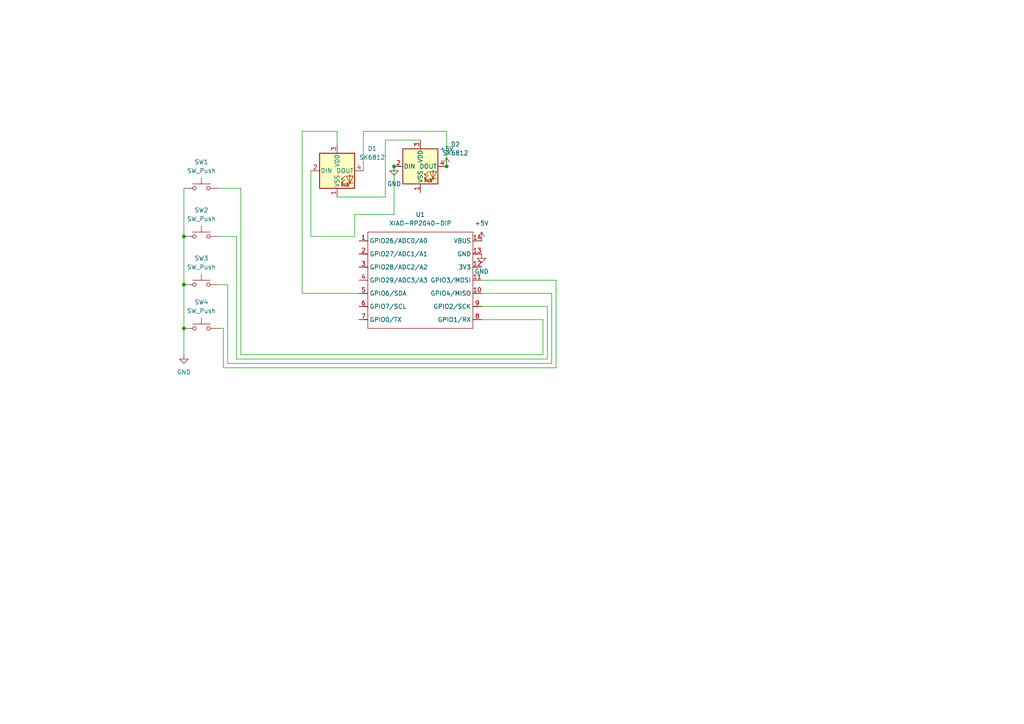
<source format=kicad_sch>
(kicad_sch
	(version 20250114)
	(generator "eeschema")
	(generator_version "9.0")
	(uuid "9861a3c5-2094-4e2a-b5c6-c4811730a69f")
	(paper "A4")
	(lib_symbols
		(symbol "LED:SK6812"
			(pin_names
				(offset 0.254)
			)
			(exclude_from_sim no)
			(in_bom yes)
			(on_board yes)
			(property "Reference" "D"
				(at 5.08 5.715 0)
				(effects
					(font
						(size 1.27 1.27)
					)
					(justify right bottom)
				)
			)
			(property "Value" "SK6812"
				(at 1.27 -5.715 0)
				(effects
					(font
						(size 1.27 1.27)
					)
					(justify left top)
				)
			)
			(property "Footprint" "LED_SMD:LED_SK6812_PLCC4_5.0x5.0mm_P3.2mm"
				(at 1.27 -7.62 0)
				(effects
					(font
						(size 1.27 1.27)
					)
					(justify left top)
					(hide yes)
				)
			)
			(property "Datasheet" "https://cdn-shop.adafruit.com/product-files/1138/SK6812+LED+datasheet+.pdf"
				(at 2.54 -9.525 0)
				(effects
					(font
						(size 1.27 1.27)
					)
					(justify left top)
					(hide yes)
				)
			)
			(property "Description" "RGB LED with integrated controller"
				(at 0 0 0)
				(effects
					(font
						(size 1.27 1.27)
					)
					(hide yes)
				)
			)
			(property "ki_keywords" "RGB LED NeoPixel addressable"
				(at 0 0 0)
				(effects
					(font
						(size 1.27 1.27)
					)
					(hide yes)
				)
			)
			(property "ki_fp_filters" "LED*SK6812*PLCC*5.0x5.0mm*P3.2mm*"
				(at 0 0 0)
				(effects
					(font
						(size 1.27 1.27)
					)
					(hide yes)
				)
			)
			(symbol "SK6812_0_0"
				(text "RGB"
					(at 2.286 -4.191 0)
					(effects
						(font
							(size 0.762 0.762)
						)
					)
				)
			)
			(symbol "SK6812_0_1"
				(polyline
					(pts
						(xy 1.27 -2.54) (xy 1.778 -2.54)
					)
					(stroke
						(width 0)
						(type default)
					)
					(fill
						(type none)
					)
				)
				(polyline
					(pts
						(xy 1.27 -3.556) (xy 1.778 -3.556)
					)
					(stroke
						(width 0)
						(type default)
					)
					(fill
						(type none)
					)
				)
				(polyline
					(pts
						(xy 2.286 -1.524) (xy 1.27 -2.54) (xy 1.27 -2.032)
					)
					(stroke
						(width 0)
						(type default)
					)
					(fill
						(type none)
					)
				)
				(polyline
					(pts
						(xy 2.286 -2.54) (xy 1.27 -3.556) (xy 1.27 -3.048)
					)
					(stroke
						(width 0)
						(type default)
					)
					(fill
						(type none)
					)
				)
				(polyline
					(pts
						(xy 3.683 -1.016) (xy 3.683 -3.556) (xy 3.683 -4.064)
					)
					(stroke
						(width 0)
						(type default)
					)
					(fill
						(type none)
					)
				)
				(polyline
					(pts
						(xy 4.699 -1.524) (xy 2.667 -1.524) (xy 3.683 -3.556) (xy 4.699 -1.524)
					)
					(stroke
						(width 0)
						(type default)
					)
					(fill
						(type none)
					)
				)
				(polyline
					(pts
						(xy 4.699 -3.556) (xy 2.667 -3.556)
					)
					(stroke
						(width 0)
						(type default)
					)
					(fill
						(type none)
					)
				)
				(rectangle
					(start 5.08 5.08)
					(end -5.08 -5.08)
					(stroke
						(width 0.254)
						(type default)
					)
					(fill
						(type background)
					)
				)
			)
			(symbol "SK6812_1_1"
				(pin input line
					(at -7.62 0 0)
					(length 2.54)
					(name "DIN"
						(effects
							(font
								(size 1.27 1.27)
							)
						)
					)
					(number "2"
						(effects
							(font
								(size 1.27 1.27)
							)
						)
					)
				)
				(pin power_in line
					(at 0 7.62 270)
					(length 2.54)
					(name "VDD"
						(effects
							(font
								(size 1.27 1.27)
							)
						)
					)
					(number "3"
						(effects
							(font
								(size 1.27 1.27)
							)
						)
					)
				)
				(pin power_in line
					(at 0 -7.62 90)
					(length 2.54)
					(name "VSS"
						(effects
							(font
								(size 1.27 1.27)
							)
						)
					)
					(number "1"
						(effects
							(font
								(size 1.27 1.27)
							)
						)
					)
				)
				(pin output line
					(at 7.62 0 180)
					(length 2.54)
					(name "DOUT"
						(effects
							(font
								(size 1.27 1.27)
							)
						)
					)
					(number "4"
						(effects
							(font
								(size 1.27 1.27)
							)
						)
					)
				)
			)
			(embedded_fonts no)
		)
		(symbol "OPL:XIAO-RP2040-DIP"
			(exclude_from_sim no)
			(in_bom yes)
			(on_board yes)
			(property "Reference" "U"
				(at 0 0 0)
				(effects
					(font
						(size 1.27 1.27)
					)
				)
			)
			(property "Value" "XIAO-RP2040-DIP"
				(at 5.334 -1.778 0)
				(effects
					(font
						(size 1.27 1.27)
					)
				)
			)
			(property "Footprint" "Module:MOUDLE14P-XIAO-DIP-SMD"
				(at 14.478 -32.258 0)
				(effects
					(font
						(size 1.27 1.27)
					)
					(hide yes)
				)
			)
			(property "Datasheet" ""
				(at 0 0 0)
				(effects
					(font
						(size 1.27 1.27)
					)
					(hide yes)
				)
			)
			(property "Description" ""
				(at 0 0 0)
				(effects
					(font
						(size 1.27 1.27)
					)
					(hide yes)
				)
			)
			(symbol "XIAO-RP2040-DIP_1_0"
				(polyline
					(pts
						(xy -1.27 -2.54) (xy 29.21 -2.54)
					)
					(stroke
						(width 0.1524)
						(type solid)
					)
					(fill
						(type none)
					)
				)
				(polyline
					(pts
						(xy -1.27 -5.08) (xy -2.54 -5.08)
					)
					(stroke
						(width 0.1524)
						(type solid)
					)
					(fill
						(type none)
					)
				)
				(polyline
					(pts
						(xy -1.27 -5.08) (xy -1.27 -2.54)
					)
					(stroke
						(width 0.1524)
						(type solid)
					)
					(fill
						(type none)
					)
				)
				(polyline
					(pts
						(xy -1.27 -8.89) (xy -2.54 -8.89)
					)
					(stroke
						(width 0.1524)
						(type solid)
					)
					(fill
						(type none)
					)
				)
				(polyline
					(pts
						(xy -1.27 -8.89) (xy -1.27 -5.08)
					)
					(stroke
						(width 0.1524)
						(type solid)
					)
					(fill
						(type none)
					)
				)
				(polyline
					(pts
						(xy -1.27 -12.7) (xy -2.54 -12.7)
					)
					(stroke
						(width 0.1524)
						(type solid)
					)
					(fill
						(type none)
					)
				)
				(polyline
					(pts
						(xy -1.27 -12.7) (xy -1.27 -8.89)
					)
					(stroke
						(width 0.1524)
						(type solid)
					)
					(fill
						(type none)
					)
				)
				(polyline
					(pts
						(xy -1.27 -16.51) (xy -2.54 -16.51)
					)
					(stroke
						(width 0.1524)
						(type solid)
					)
					(fill
						(type none)
					)
				)
				(polyline
					(pts
						(xy -1.27 -16.51) (xy -1.27 -12.7)
					)
					(stroke
						(width 0.1524)
						(type solid)
					)
					(fill
						(type none)
					)
				)
				(polyline
					(pts
						(xy -1.27 -20.32) (xy -2.54 -20.32)
					)
					(stroke
						(width 0.1524)
						(type solid)
					)
					(fill
						(type none)
					)
				)
				(polyline
					(pts
						(xy -1.27 -24.13) (xy -2.54 -24.13)
					)
					(stroke
						(width 0.1524)
						(type solid)
					)
					(fill
						(type none)
					)
				)
				(polyline
					(pts
						(xy -1.27 -27.94) (xy -2.54 -27.94)
					)
					(stroke
						(width 0.1524)
						(type solid)
					)
					(fill
						(type none)
					)
				)
				(polyline
					(pts
						(xy -1.27 -30.48) (xy -1.27 -16.51)
					)
					(stroke
						(width 0.1524)
						(type solid)
					)
					(fill
						(type none)
					)
				)
				(polyline
					(pts
						(xy 29.21 -2.54) (xy 29.21 -5.08)
					)
					(stroke
						(width 0.1524)
						(type solid)
					)
					(fill
						(type none)
					)
				)
				(polyline
					(pts
						(xy 29.21 -5.08) (xy 29.21 -8.89)
					)
					(stroke
						(width 0.1524)
						(type solid)
					)
					(fill
						(type none)
					)
				)
				(polyline
					(pts
						(xy 29.21 -8.89) (xy 29.21 -12.7)
					)
					(stroke
						(width 0.1524)
						(type solid)
					)
					(fill
						(type none)
					)
				)
				(polyline
					(pts
						(xy 29.21 -12.7) (xy 29.21 -30.48)
					)
					(stroke
						(width 0.1524)
						(type solid)
					)
					(fill
						(type none)
					)
				)
				(polyline
					(pts
						(xy 29.21 -30.48) (xy -1.27 -30.48)
					)
					(stroke
						(width 0.1524)
						(type solid)
					)
					(fill
						(type none)
					)
				)
				(polyline
					(pts
						(xy 30.48 -5.08) (xy 29.21 -5.08)
					)
					(stroke
						(width 0.1524)
						(type solid)
					)
					(fill
						(type none)
					)
				)
				(polyline
					(pts
						(xy 30.48 -8.89) (xy 29.21 -8.89)
					)
					(stroke
						(width 0.1524)
						(type solid)
					)
					(fill
						(type none)
					)
				)
				(polyline
					(pts
						(xy 30.48 -12.7) (xy 29.21 -12.7)
					)
					(stroke
						(width 0.1524)
						(type solid)
					)
					(fill
						(type none)
					)
				)
				(polyline
					(pts
						(xy 30.48 -16.51) (xy 29.21 -16.51)
					)
					(stroke
						(width 0.1524)
						(type solid)
					)
					(fill
						(type none)
					)
				)
				(polyline
					(pts
						(xy 30.48 -20.32) (xy 29.21 -20.32)
					)
					(stroke
						(width 0.1524)
						(type solid)
					)
					(fill
						(type none)
					)
				)
				(polyline
					(pts
						(xy 30.48 -24.13) (xy 29.21 -24.13)
					)
					(stroke
						(width 0.1524)
						(type solid)
					)
					(fill
						(type none)
					)
				)
				(polyline
					(pts
						(xy 30.48 -27.94) (xy 29.21 -27.94)
					)
					(stroke
						(width 0.1524)
						(type solid)
					)
					(fill
						(type none)
					)
				)
				(pin passive line
					(at -3.81 -5.08 0)
					(length 2.54)
					(name "GPIO26/ADC0/A0"
						(effects
							(font
								(size 1.27 1.27)
							)
						)
					)
					(number "1"
						(effects
							(font
								(size 1.27 1.27)
							)
						)
					)
				)
				(pin passive line
					(at -3.81 -8.89 0)
					(length 2.54)
					(name "GPIO27/ADC1/A1"
						(effects
							(font
								(size 1.27 1.27)
							)
						)
					)
					(number "2"
						(effects
							(font
								(size 1.27 1.27)
							)
						)
					)
				)
				(pin passive line
					(at -3.81 -12.7 0)
					(length 2.54)
					(name "GPIO28/ADC2/A2"
						(effects
							(font
								(size 1.27 1.27)
							)
						)
					)
					(number "3"
						(effects
							(font
								(size 1.27 1.27)
							)
						)
					)
				)
				(pin passive line
					(at -3.81 -16.51 0)
					(length 2.54)
					(name "GPIO29/ADC3/A3"
						(effects
							(font
								(size 1.27 1.27)
							)
						)
					)
					(number "4"
						(effects
							(font
								(size 1.27 1.27)
							)
						)
					)
				)
				(pin passive line
					(at -3.81 -20.32 0)
					(length 2.54)
					(name "GPIO6/SDA"
						(effects
							(font
								(size 1.27 1.27)
							)
						)
					)
					(number "5"
						(effects
							(font
								(size 1.27 1.27)
							)
						)
					)
				)
				(pin passive line
					(at -3.81 -24.13 0)
					(length 2.54)
					(name "GPIO7/SCL"
						(effects
							(font
								(size 1.27 1.27)
							)
						)
					)
					(number "6"
						(effects
							(font
								(size 1.27 1.27)
							)
						)
					)
				)
				(pin passive line
					(at -3.81 -27.94 0)
					(length 2.54)
					(name "GPIO0/TX"
						(effects
							(font
								(size 1.27 1.27)
							)
						)
					)
					(number "7"
						(effects
							(font
								(size 1.27 1.27)
							)
						)
					)
				)
				(pin passive line
					(at 31.75 -5.08 180)
					(length 2.54)
					(name "VBUS"
						(effects
							(font
								(size 1.27 1.27)
							)
						)
					)
					(number "14"
						(effects
							(font
								(size 1.27 1.27)
							)
						)
					)
				)
				(pin passive line
					(at 31.75 -8.89 180)
					(length 2.54)
					(name "GND"
						(effects
							(font
								(size 1.27 1.27)
							)
						)
					)
					(number "13"
						(effects
							(font
								(size 1.27 1.27)
							)
						)
					)
				)
				(pin passive line
					(at 31.75 -12.7 180)
					(length 2.54)
					(name "3V3"
						(effects
							(font
								(size 1.27 1.27)
							)
						)
					)
					(number "12"
						(effects
							(font
								(size 1.27 1.27)
							)
						)
					)
				)
				(pin passive line
					(at 31.75 -16.51 180)
					(length 2.54)
					(name "GPIO3/MOSI"
						(effects
							(font
								(size 1.27 1.27)
							)
						)
					)
					(number "11"
						(effects
							(font
								(size 1.27 1.27)
							)
						)
					)
				)
				(pin passive line
					(at 31.75 -20.32 180)
					(length 2.54)
					(name "GPIO4/MISO"
						(effects
							(font
								(size 1.27 1.27)
							)
						)
					)
					(number "10"
						(effects
							(font
								(size 1.27 1.27)
							)
						)
					)
				)
				(pin passive line
					(at 31.75 -24.13 180)
					(length 2.54)
					(name "GPIO2/SCK"
						(effects
							(font
								(size 1.27 1.27)
							)
						)
					)
					(number "9"
						(effects
							(font
								(size 1.27 1.27)
							)
						)
					)
				)
				(pin passive line
					(at 31.75 -27.94 180)
					(length 2.54)
					(name "GPIO1/RX"
						(effects
							(font
								(size 1.27 1.27)
							)
						)
					)
					(number "8"
						(effects
							(font
								(size 1.27 1.27)
							)
						)
					)
				)
			)
			(embedded_fonts no)
		)
		(symbol "Switch:SW_Push"
			(pin_numbers
				(hide yes)
			)
			(pin_names
				(offset 1.016)
				(hide yes)
			)
			(exclude_from_sim no)
			(in_bom yes)
			(on_board yes)
			(property "Reference" "SW"
				(at 1.27 2.54 0)
				(effects
					(font
						(size 1.27 1.27)
					)
					(justify left)
				)
			)
			(property "Value" "SW_Push"
				(at 0 -1.524 0)
				(effects
					(font
						(size 1.27 1.27)
					)
				)
			)
			(property "Footprint" ""
				(at 0 5.08 0)
				(effects
					(font
						(size 1.27 1.27)
					)
					(hide yes)
				)
			)
			(property "Datasheet" "~"
				(at 0 5.08 0)
				(effects
					(font
						(size 1.27 1.27)
					)
					(hide yes)
				)
			)
			(property "Description" "Push button switch, generic, two pins"
				(at 0 0 0)
				(effects
					(font
						(size 1.27 1.27)
					)
					(hide yes)
				)
			)
			(property "ki_keywords" "switch normally-open pushbutton push-button"
				(at 0 0 0)
				(effects
					(font
						(size 1.27 1.27)
					)
					(hide yes)
				)
			)
			(symbol "SW_Push_0_1"
				(circle
					(center -2.032 0)
					(radius 0.508)
					(stroke
						(width 0)
						(type default)
					)
					(fill
						(type none)
					)
				)
				(polyline
					(pts
						(xy 0 1.27) (xy 0 3.048)
					)
					(stroke
						(width 0)
						(type default)
					)
					(fill
						(type none)
					)
				)
				(circle
					(center 2.032 0)
					(radius 0.508)
					(stroke
						(width 0)
						(type default)
					)
					(fill
						(type none)
					)
				)
				(polyline
					(pts
						(xy 2.54 1.27) (xy -2.54 1.27)
					)
					(stroke
						(width 0)
						(type default)
					)
					(fill
						(type none)
					)
				)
				(pin passive line
					(at -5.08 0 0)
					(length 2.54)
					(name "1"
						(effects
							(font
								(size 1.27 1.27)
							)
						)
					)
					(number "1"
						(effects
							(font
								(size 1.27 1.27)
							)
						)
					)
				)
				(pin passive line
					(at 5.08 0 180)
					(length 2.54)
					(name "2"
						(effects
							(font
								(size 1.27 1.27)
							)
						)
					)
					(number "2"
						(effects
							(font
								(size 1.27 1.27)
							)
						)
					)
				)
			)
			(embedded_fonts no)
		)
		(symbol "power:+5V"
			(power)
			(pin_numbers
				(hide yes)
			)
			(pin_names
				(offset 0)
				(hide yes)
			)
			(exclude_from_sim no)
			(in_bom yes)
			(on_board yes)
			(property "Reference" "#PWR"
				(at 0 -3.81 0)
				(effects
					(font
						(size 1.27 1.27)
					)
					(hide yes)
				)
			)
			(property "Value" "+5V"
				(at 0 3.556 0)
				(effects
					(font
						(size 1.27 1.27)
					)
				)
			)
			(property "Footprint" ""
				(at 0 0 0)
				(effects
					(font
						(size 1.27 1.27)
					)
					(hide yes)
				)
			)
			(property "Datasheet" ""
				(at 0 0 0)
				(effects
					(font
						(size 1.27 1.27)
					)
					(hide yes)
				)
			)
			(property "Description" "Power symbol creates a global label with name \"+5V\""
				(at 0 0 0)
				(effects
					(font
						(size 1.27 1.27)
					)
					(hide yes)
				)
			)
			(property "ki_keywords" "global power"
				(at 0 0 0)
				(effects
					(font
						(size 1.27 1.27)
					)
					(hide yes)
				)
			)
			(symbol "+5V_0_1"
				(polyline
					(pts
						(xy -0.762 1.27) (xy 0 2.54)
					)
					(stroke
						(width 0)
						(type default)
					)
					(fill
						(type none)
					)
				)
				(polyline
					(pts
						(xy 0 2.54) (xy 0.762 1.27)
					)
					(stroke
						(width 0)
						(type default)
					)
					(fill
						(type none)
					)
				)
				(polyline
					(pts
						(xy 0 0) (xy 0 2.54)
					)
					(stroke
						(width 0)
						(type default)
					)
					(fill
						(type none)
					)
				)
			)
			(symbol "+5V_1_1"
				(pin power_in line
					(at 0 0 90)
					(length 0)
					(name "~"
						(effects
							(font
								(size 1.27 1.27)
							)
						)
					)
					(number "1"
						(effects
							(font
								(size 1.27 1.27)
							)
						)
					)
				)
			)
			(embedded_fonts no)
		)
		(symbol "power:GND"
			(power)
			(pin_numbers
				(hide yes)
			)
			(pin_names
				(offset 0)
				(hide yes)
			)
			(exclude_from_sim no)
			(in_bom yes)
			(on_board yes)
			(property "Reference" "#PWR"
				(at 0 -6.35 0)
				(effects
					(font
						(size 1.27 1.27)
					)
					(hide yes)
				)
			)
			(property "Value" "GND"
				(at 0 -3.81 0)
				(effects
					(font
						(size 1.27 1.27)
					)
				)
			)
			(property "Footprint" ""
				(at 0 0 0)
				(effects
					(font
						(size 1.27 1.27)
					)
					(hide yes)
				)
			)
			(property "Datasheet" ""
				(at 0 0 0)
				(effects
					(font
						(size 1.27 1.27)
					)
					(hide yes)
				)
			)
			(property "Description" "Power symbol creates a global label with name \"GND\" , ground"
				(at 0 0 0)
				(effects
					(font
						(size 1.27 1.27)
					)
					(hide yes)
				)
			)
			(property "ki_keywords" "global power"
				(at 0 0 0)
				(effects
					(font
						(size 1.27 1.27)
					)
					(hide yes)
				)
			)
			(symbol "GND_0_1"
				(polyline
					(pts
						(xy 0 0) (xy 0 -1.27) (xy 1.27 -1.27) (xy 0 -2.54) (xy -1.27 -1.27) (xy 0 -1.27)
					)
					(stroke
						(width 0)
						(type default)
					)
					(fill
						(type none)
					)
				)
			)
			(symbol "GND_1_1"
				(pin power_in line
					(at 0 0 270)
					(length 0)
					(name "~"
						(effects
							(font
								(size 1.27 1.27)
							)
						)
					)
					(number "1"
						(effects
							(font
								(size 1.27 1.27)
							)
						)
					)
				)
			)
			(embedded_fonts no)
		)
	)
	(junction
		(at 53.34 82.55)
		(diameter 0)
		(color 0 0 0 0)
		(uuid "23d2559c-b73e-434d-8dda-54d4cfaf140f")
	)
	(junction
		(at 114.3 48.26)
		(diameter 0)
		(color 0 0 0 0)
		(uuid "70d45911-e0e8-474b-9176-d7bde968f4d3")
	)
	(junction
		(at 53.34 95.25)
		(diameter 0)
		(color 0 0 0 0)
		(uuid "bd3a88dd-bf40-4263-8430-cdaca42c0dec")
	)
	(junction
		(at 53.34 68.58)
		(diameter 0)
		(color 0 0 0 0)
		(uuid "c55c8275-8478-4a2c-ad02-70dffca4d59e")
	)
	(junction
		(at 129.54 48.26)
		(diameter 0)
		(color 0 0 0 0)
		(uuid "e1c72b3d-9152-4c2e-a15c-d71a7dd01f06")
	)
	(wire
		(pts
			(xy 160.02 105.41) (xy 160.02 85.09)
		)
		(stroke
			(width 0)
			(type default)
		)
		(uuid "018c99b4-8ad9-425a-94a6-aa1357387ef0")
	)
	(wire
		(pts
			(xy 53.34 54.61) (xy 53.34 68.58)
		)
		(stroke
			(width 0)
			(type default)
		)
		(uuid "09b1ce41-b26b-4caf-9cdd-f0f2b8fbdf0c")
	)
	(wire
		(pts
			(xy 53.34 82.55) (xy 53.34 95.25)
		)
		(stroke
			(width 0)
			(type default)
		)
		(uuid "1244db99-4d0a-4328-8631-dc662852aaf3")
	)
	(wire
		(pts
			(xy 161.29 81.28) (xy 139.7 81.28)
		)
		(stroke
			(width 0)
			(type default)
		)
		(uuid "12f9bb2e-836e-4e8a-ae75-f1a80db2e101")
	)
	(wire
		(pts
			(xy 66.04 105.41) (xy 160.02 105.41)
		)
		(stroke
			(width 0)
			(type default)
		)
		(uuid "13e9fa0b-58e9-48d7-957d-58b5a7c112f1")
	)
	(wire
		(pts
			(xy 64.77 106.68) (xy 161.29 106.68)
		)
		(stroke
			(width 0)
			(type default)
		)
		(uuid "1827f213-f95e-43f0-92d3-8e69c81db7ef")
	)
	(wire
		(pts
			(xy 157.48 92.71) (xy 139.7 92.71)
		)
		(stroke
			(width 0)
			(type default)
		)
		(uuid "1fda460e-1e40-4ac7-a6de-1709ddea32a5")
	)
	(wire
		(pts
			(xy 114.3 62.23) (xy 114.3 48.26)
		)
		(stroke
			(width 0)
			(type default)
		)
		(uuid "2668bb19-3c96-42b7-8bea-a37bc3d58444")
	)
	(wire
		(pts
			(xy 158.75 88.9) (xy 139.7 88.9)
		)
		(stroke
			(width 0)
			(type default)
		)
		(uuid "2682edf6-fa7a-4da4-a720-6c782d124e9b")
	)
	(wire
		(pts
			(xy 111.76 40.64) (xy 121.92 40.64)
		)
		(stroke
			(width 0)
			(type default)
		)
		(uuid "2a00c22f-9524-4610-80ac-12b9b114663b")
	)
	(wire
		(pts
			(xy 66.04 82.55) (xy 66.04 105.41)
		)
		(stroke
			(width 0)
			(type default)
		)
		(uuid "2f4a0ada-d3d0-495b-aa9c-77d056a70176")
	)
	(wire
		(pts
			(xy 102.87 62.23) (xy 114.3 62.23)
		)
		(stroke
			(width 0)
			(type default)
		)
		(uuid "42161621-c87b-441f-97e6-407625e06104")
	)
	(wire
		(pts
			(xy 157.48 102.87) (xy 157.48 92.71)
		)
		(stroke
			(width 0)
			(type default)
		)
		(uuid "42d73665-d2ed-44de-941b-6349a955f652")
	)
	(wire
		(pts
			(xy 53.34 68.58) (xy 53.34 82.55)
		)
		(stroke
			(width 0)
			(type default)
		)
		(uuid "47696378-b803-416d-af6d-f5c629f88bd1")
	)
	(wire
		(pts
			(xy 53.34 95.25) (xy 53.34 102.87)
		)
		(stroke
			(width 0)
			(type default)
		)
		(uuid "52fb0527-3440-4f3d-a1c5-dfe686c990a5")
	)
	(wire
		(pts
			(xy 69.85 102.87) (xy 157.48 102.87)
		)
		(stroke
			(width 0)
			(type default)
		)
		(uuid "564e6c4d-6f27-4139-86b4-412c383eb263")
	)
	(wire
		(pts
			(xy 90.17 68.58) (xy 102.87 68.58)
		)
		(stroke
			(width 0)
			(type default)
		)
		(uuid "6d6da6b1-90be-4f21-a204-e24db54d0d48")
	)
	(wire
		(pts
			(xy 63.5 95.25) (xy 64.77 95.25)
		)
		(stroke
			(width 0)
			(type default)
		)
		(uuid "728631d5-e59c-4404-93ac-820697879bb8")
	)
	(wire
		(pts
			(xy 104.14 85.09) (xy 87.63 85.09)
		)
		(stroke
			(width 0)
			(type default)
		)
		(uuid "7eae4801-1a99-4850-b44c-c92a68957267")
	)
	(wire
		(pts
			(xy 63.5 54.61) (xy 69.85 54.61)
		)
		(stroke
			(width 0)
			(type default)
		)
		(uuid "82cdc479-bae6-4b7e-a108-485c5824cbad")
	)
	(wire
		(pts
			(xy 97.79 57.15) (xy 111.76 57.15)
		)
		(stroke
			(width 0)
			(type default)
		)
		(uuid "8f420574-7d4e-4d80-9b1f-839ea8d75ee1")
	)
	(wire
		(pts
			(xy 161.29 106.68) (xy 161.29 81.28)
		)
		(stroke
			(width 0)
			(type default)
		)
		(uuid "922dd941-0eef-4a8d-94c5-e2ba9062b96f")
	)
	(wire
		(pts
			(xy 63.5 82.55) (xy 66.04 82.55)
		)
		(stroke
			(width 0)
			(type default)
		)
		(uuid "9942d2b7-5c41-4d9e-959e-aaffccc903b3")
	)
	(wire
		(pts
			(xy 63.5 68.58) (xy 68.58 68.58)
		)
		(stroke
			(width 0)
			(type default)
		)
		(uuid "a2b70e29-6e01-4ab9-a3f3-598bca3cee97")
	)
	(wire
		(pts
			(xy 111.76 57.15) (xy 111.76 40.64)
		)
		(stroke
			(width 0)
			(type default)
		)
		(uuid "a8ff612a-4977-404b-b6e1-d560909ed185")
	)
	(wire
		(pts
			(xy 129.54 38.1) (xy 129.54 48.26)
		)
		(stroke
			(width 0)
			(type default)
		)
		(uuid "c5e39cf5-1c8b-4acd-8eab-52581ca7b54c")
	)
	(wire
		(pts
			(xy 87.63 85.09) (xy 87.63 38.1)
		)
		(stroke
			(width 0)
			(type default)
		)
		(uuid "cb8d1ff3-00ee-4f3c-8b4f-8a6bfeb8b6c5")
	)
	(wire
		(pts
			(xy 102.87 68.58) (xy 102.87 62.23)
		)
		(stroke
			(width 0)
			(type default)
		)
		(uuid "d46d233b-5d69-4420-965a-92c5e8fd4b7c")
	)
	(wire
		(pts
			(xy 90.17 49.53) (xy 90.17 68.58)
		)
		(stroke
			(width 0)
			(type default)
		)
		(uuid "d591edb3-d153-4a67-b840-877108719ff4")
	)
	(wire
		(pts
			(xy 64.77 95.25) (xy 64.77 106.68)
		)
		(stroke
			(width 0)
			(type default)
		)
		(uuid "d747a4b5-6bef-4a6a-918d-c8f658fb9b7d")
	)
	(wire
		(pts
			(xy 69.85 54.61) (xy 69.85 102.87)
		)
		(stroke
			(width 0)
			(type default)
		)
		(uuid "d9c353f3-f53e-455b-aa9a-7391096a4612")
	)
	(wire
		(pts
			(xy 105.41 49.53) (xy 105.41 38.1)
		)
		(stroke
			(width 0)
			(type default)
		)
		(uuid "da99404b-64ab-477e-9529-063e3b198c7a")
	)
	(wire
		(pts
			(xy 97.79 38.1) (xy 97.79 41.91)
		)
		(stroke
			(width 0)
			(type default)
		)
		(uuid "e2833067-157b-499b-9c46-3f8e7c1dbe52")
	)
	(wire
		(pts
			(xy 87.63 38.1) (xy 97.79 38.1)
		)
		(stroke
			(width 0)
			(type default)
		)
		(uuid "e3aed5d4-70a0-4d14-b36c-e8a0e48bc693")
	)
	(wire
		(pts
			(xy 105.41 38.1) (xy 129.54 38.1)
		)
		(stroke
			(width 0)
			(type default)
		)
		(uuid "e3bd2d5f-5358-484b-b71e-da5351b15119")
	)
	(wire
		(pts
			(xy 68.58 104.14) (xy 158.75 104.14)
		)
		(stroke
			(width 0)
			(type default)
		)
		(uuid "f851d290-d82b-4319-b55d-9d4a00ff2ee7")
	)
	(wire
		(pts
			(xy 160.02 85.09) (xy 139.7 85.09)
		)
		(stroke
			(width 0)
			(type default)
		)
		(uuid "f98ecf6c-320a-4d7e-b620-6f10ed2f5c8b")
	)
	(wire
		(pts
			(xy 68.58 68.58) (xy 68.58 104.14)
		)
		(stroke
			(width 0)
			(type default)
		)
		(uuid "fa0d6f7e-1cae-4269-b207-1c545b55aa20")
	)
	(wire
		(pts
			(xy 158.75 104.14) (xy 158.75 88.9)
		)
		(stroke
			(width 0)
			(type default)
		)
		(uuid "fab4716b-1ac3-40c1-8a39-d7c9fbe3a95b")
	)
	(symbol
		(lib_id "Switch:SW_Push")
		(at 58.42 95.25 0)
		(unit 1)
		(exclude_from_sim no)
		(in_bom yes)
		(on_board yes)
		(dnp no)
		(fields_autoplaced yes)
		(uuid "179051a1-758f-4690-8864-c582ae3fcbc9")
		(property "Reference" "SW4"
			(at 58.42 87.63 0)
			(effects
				(font
					(size 1.27 1.27)
				)
			)
		)
		(property "Value" "SW_Push"
			(at 58.42 90.17 0)
			(effects
				(font
					(size 1.27 1.27)
				)
			)
		)
		(property "Footprint" "Button_Switch_Keyboard:SW_Cherry_MX_1.00u_PCB"
			(at 58.42 90.17 0)
			(effects
				(font
					(size 1.27 1.27)
				)
				(hide yes)
			)
		)
		(property "Datasheet" "~"
			(at 58.42 90.17 0)
			(effects
				(font
					(size 1.27 1.27)
				)
				(hide yes)
			)
		)
		(property "Description" "Push button switch, generic, two pins"
			(at 58.42 95.25 0)
			(effects
				(font
					(size 1.27 1.27)
				)
				(hide yes)
			)
		)
		(pin "2"
			(uuid "3a4a8e0c-3788-424a-8822-e9b18cfbabee")
		)
		(pin "1"
			(uuid "6dd18e28-5065-4014-aef6-91293223b907")
		)
		(instances
			(project ""
				(path "/9861a3c5-2094-4e2a-b5c6-c4811730a69f"
					(reference "SW4")
					(unit 1)
				)
			)
		)
	)
	(symbol
		(lib_id "Switch:SW_Push")
		(at 58.42 54.61 0)
		(unit 1)
		(exclude_from_sim no)
		(in_bom yes)
		(on_board yes)
		(dnp no)
		(fields_autoplaced yes)
		(uuid "19d0051e-18ed-4b79-9296-075fd2a2b0ab")
		(property "Reference" "SW1"
			(at 58.42 46.99 0)
			(effects
				(font
					(size 1.27 1.27)
				)
			)
		)
		(property "Value" "SW_Push"
			(at 58.42 49.53 0)
			(effects
				(font
					(size 1.27 1.27)
				)
			)
		)
		(property "Footprint" "Button_Switch_Keyboard:SW_Cherry_MX_1.00u_PCB"
			(at 58.42 49.53 0)
			(effects
				(font
					(size 1.27 1.27)
				)
				(hide yes)
			)
		)
		(property "Datasheet" "~"
			(at 58.42 49.53 0)
			(effects
				(font
					(size 1.27 1.27)
				)
				(hide yes)
			)
		)
		(property "Description" "Push button switch, generic, two pins"
			(at 58.42 54.61 0)
			(effects
				(font
					(size 1.27 1.27)
				)
				(hide yes)
			)
		)
		(pin "2"
			(uuid "c5d9fa6e-295e-4598-8cf1-d45e5e4b29f1")
		)
		(pin "1"
			(uuid "97289540-b3e0-4d20-81c3-4d6e464420d8")
		)
		(instances
			(project ""
				(path "/9861a3c5-2094-4e2a-b5c6-c4811730a69f"
					(reference "SW1")
					(unit 1)
				)
			)
		)
	)
	(symbol
		(lib_id "OPL:XIAO-RP2040-DIP")
		(at 107.95 64.77 0)
		(unit 1)
		(exclude_from_sim no)
		(in_bom yes)
		(on_board yes)
		(dnp no)
		(fields_autoplaced yes)
		(uuid "2c4f44c6-1602-456d-976e-89ecd342517f")
		(property "Reference" "U1"
			(at 121.92 62.23 0)
			(effects
				(font
					(size 1.27 1.27)
				)
			)
		)
		(property "Value" "XIAO-RP2040-DIP"
			(at 121.92 64.77 0)
			(effects
				(font
					(size 1.27 1.27)
				)
			)
		)
		(property "Footprint" "OPL:XIAO-RP2040-DIP"
			(at 122.428 97.028 0)
			(effects
				(font
					(size 1.27 1.27)
				)
				(hide yes)
			)
		)
		(property "Datasheet" ""
			(at 107.95 64.77 0)
			(effects
				(font
					(size 1.27 1.27)
				)
				(hide yes)
			)
		)
		(property "Description" ""
			(at 107.95 64.77 0)
			(effects
				(font
					(size 1.27 1.27)
				)
				(hide yes)
			)
		)
		(pin "6"
			(uuid "5dc0c315-b585-4465-acda-fe0e3b06090e")
		)
		(pin "12"
			(uuid "c24ce50e-d2ab-4bf3-a242-f6cb75da5904")
		)
		(pin "14"
			(uuid "909c0a3f-0a0a-45a4-89e9-7609b34212de")
		)
		(pin "10"
			(uuid "57f890b4-7482-4c8d-a09b-42ad1948e729")
		)
		(pin "13"
			(uuid "a52e2de7-f1a8-4ecf-9d4e-22969762ded9")
		)
		(pin "2"
			(uuid "d3430947-a198-41d8-8b20-0d7f62fa4ce6")
		)
		(pin "3"
			(uuid "e67ba214-a3ba-4771-8fe9-f5dbc9abe09d")
		)
		(pin "5"
			(uuid "559dbc94-3d11-4fe2-9c49-7656b5c20838")
		)
		(pin "4"
			(uuid "91688395-07bb-4a2d-bc7f-63d2ba4cce49")
		)
		(pin "1"
			(uuid "922a1597-cd7e-4390-93fd-53ae3813be21")
		)
		(pin "7"
			(uuid "8ab632ea-2193-4c5d-803a-f9bc60f9393f")
		)
		(pin "11"
			(uuid "0596c728-ca20-4c3f-9291-7b8a85ce859a")
		)
		(pin "9"
			(uuid "21a53d13-292b-425c-89ea-d558a8f4afd8")
		)
		(pin "8"
			(uuid "5b03daa4-cd97-49f9-baf4-29ac99f071b2")
		)
		(instances
			(project ""
				(path "/9861a3c5-2094-4e2a-b5c6-c4811730a69f"
					(reference "U1")
					(unit 1)
				)
			)
		)
	)
	(symbol
		(lib_id "power:GND")
		(at 139.7 73.66 0)
		(unit 1)
		(exclude_from_sim no)
		(in_bom yes)
		(on_board yes)
		(dnp no)
		(fields_autoplaced yes)
		(uuid "415cfdfb-c5c9-4aea-8c47-fa4662b6fecf")
		(property "Reference" "#PWR04"
			(at 139.7 80.01 0)
			(effects
				(font
					(size 1.27 1.27)
				)
				(hide yes)
			)
		)
		(property "Value" "GND"
			(at 139.7 78.74 0)
			(effects
				(font
					(size 1.27 1.27)
				)
			)
		)
		(property "Footprint" ""
			(at 139.7 73.66 0)
			(effects
				(font
					(size 1.27 1.27)
				)
				(hide yes)
			)
		)
		(property "Datasheet" ""
			(at 139.7 73.66 0)
			(effects
				(font
					(size 1.27 1.27)
				)
				(hide yes)
			)
		)
		(property "Description" "Power symbol creates a global label with name \"GND\" , ground"
			(at 139.7 73.66 0)
			(effects
				(font
					(size 1.27 1.27)
				)
				(hide yes)
			)
		)
		(pin "1"
			(uuid "a6cfff4d-fe30-46a3-88bc-bbc811ab96b0")
		)
		(instances
			(project ""
				(path "/9861a3c5-2094-4e2a-b5c6-c4811730a69f"
					(reference "#PWR04")
					(unit 1)
				)
			)
		)
	)
	(symbol
		(lib_id "Switch:SW_Push")
		(at 58.42 68.58 0)
		(unit 1)
		(exclude_from_sim no)
		(in_bom yes)
		(on_board yes)
		(dnp no)
		(fields_autoplaced yes)
		(uuid "95954873-379b-4a14-80a7-a5472387a84b")
		(property "Reference" "SW2"
			(at 58.42 60.96 0)
			(effects
				(font
					(size 1.27 1.27)
				)
			)
		)
		(property "Value" "SW_Push"
			(at 58.42 63.5 0)
			(effects
				(font
					(size 1.27 1.27)
				)
			)
		)
		(property "Footprint" "Button_Switch_Keyboard:SW_Cherry_MX_1.00u_PCB"
			(at 58.42 63.5 0)
			(effects
				(font
					(size 1.27 1.27)
				)
				(hide yes)
			)
		)
		(property "Datasheet" "~"
			(at 58.42 63.5 0)
			(effects
				(font
					(size 1.27 1.27)
				)
				(hide yes)
			)
		)
		(property "Description" "Push button switch, generic, two pins"
			(at 58.42 68.58 0)
			(effects
				(font
					(size 1.27 1.27)
				)
				(hide yes)
			)
		)
		(pin "2"
			(uuid "bf24a730-0474-4560-9f20-5b40f9cd71c2")
		)
		(pin "1"
			(uuid "5fc77c2a-c9e3-4af0-869b-0d16fddd6512")
		)
		(instances
			(project ""
				(path "/9861a3c5-2094-4e2a-b5c6-c4811730a69f"
					(reference "SW2")
					(unit 1)
				)
			)
		)
	)
	(symbol
		(lib_id "Switch:SW_Push")
		(at 58.42 82.55 0)
		(unit 1)
		(exclude_from_sim no)
		(in_bom yes)
		(on_board yes)
		(dnp no)
		(fields_autoplaced yes)
		(uuid "abffe385-1d63-4621-90b9-dd6331f266ce")
		(property "Reference" "SW3"
			(at 58.42 74.93 0)
			(effects
				(font
					(size 1.27 1.27)
				)
			)
		)
		(property "Value" "SW_Push"
			(at 58.42 77.47 0)
			(effects
				(font
					(size 1.27 1.27)
				)
			)
		)
		(property "Footprint" "Button_Switch_Keyboard:SW_Cherry_MX_1.00u_PCB"
			(at 58.42 77.47 0)
			(effects
				(font
					(size 1.27 1.27)
				)
				(hide yes)
			)
		)
		(property "Datasheet" "~"
			(at 58.42 77.47 0)
			(effects
				(font
					(size 1.27 1.27)
				)
				(hide yes)
			)
		)
		(property "Description" "Push button switch, generic, two pins"
			(at 58.42 82.55 0)
			(effects
				(font
					(size 1.27 1.27)
				)
				(hide yes)
			)
		)
		(pin "1"
			(uuid "870d5886-fefe-4c25-a9ae-ff6191681f5b")
		)
		(pin "2"
			(uuid "b91bd267-6aa8-475f-9759-7adbe3f63763")
		)
		(instances
			(project ""
				(path "/9861a3c5-2094-4e2a-b5c6-c4811730a69f"
					(reference "SW3")
					(unit 1)
				)
			)
		)
	)
	(symbol
		(lib_id "LED:SK6812")
		(at 97.79 49.53 0)
		(unit 1)
		(exclude_from_sim no)
		(in_bom yes)
		(on_board yes)
		(dnp no)
		(fields_autoplaced yes)
		(uuid "c7e5f8e1-bc09-4acd-ad7c-e221bb6aba1e")
		(property "Reference" "D1"
			(at 107.95 43.1098 0)
			(effects
				(font
					(size 1.27 1.27)
				)
			)
		)
		(property "Value" "SK6812"
			(at 107.95 45.6498 0)
			(effects
				(font
					(size 1.27 1.27)
				)
			)
		)
		(property "Footprint" "LED_SMD:LED_SK6812_PLCC4_5.0x5.0mm_P3.2mm"
			(at 99.06 57.15 0)
			(effects
				(font
					(size 1.27 1.27)
				)
				(justify left top)
				(hide yes)
			)
		)
		(property "Datasheet" "https://cdn-shop.adafruit.com/product-files/1138/SK6812+LED+datasheet+.pdf"
			(at 100.33 59.055 0)
			(effects
				(font
					(size 1.27 1.27)
				)
				(justify left top)
				(hide yes)
			)
		)
		(property "Description" "RGB LED with integrated controller"
			(at 97.79 49.53 0)
			(effects
				(font
					(size 1.27 1.27)
				)
				(hide yes)
			)
		)
		(pin "1"
			(uuid "573d86d3-ae87-4dae-bc6f-1915a081de79")
		)
		(pin "3"
			(uuid "a059fe88-e898-404c-aaf3-17a93c62b242")
		)
		(pin "2"
			(uuid "81381c75-fdae-4542-bc25-5ce89e5f1e4c")
		)
		(pin "4"
			(uuid "f00cb8c1-ec56-4f13-84b0-0ee7663471a7")
		)
		(instances
			(project ""
				(path "/9861a3c5-2094-4e2a-b5c6-c4811730a69f"
					(reference "D1")
					(unit 1)
				)
			)
		)
	)
	(symbol
		(lib_id "power:+5V")
		(at 139.7 69.85 0)
		(unit 1)
		(exclude_from_sim no)
		(in_bom yes)
		(on_board yes)
		(dnp no)
		(fields_autoplaced yes)
		(uuid "d5eb2891-abc9-4892-81f8-edb89e4bffc8")
		(property "Reference" "#PWR02"
			(at 139.7 73.66 0)
			(effects
				(font
					(size 1.27 1.27)
				)
				(hide yes)
			)
		)
		(property "Value" "+5V"
			(at 139.7 64.77 0)
			(effects
				(font
					(size 1.27 1.27)
				)
			)
		)
		(property "Footprint" ""
			(at 139.7 69.85 0)
			(effects
				(font
					(size 1.27 1.27)
				)
				(hide yes)
			)
		)
		(property "Datasheet" ""
			(at 139.7 69.85 0)
			(effects
				(font
					(size 1.27 1.27)
				)
				(hide yes)
			)
		)
		(property "Description" "Power symbol creates a global label with name \"+5V\""
			(at 139.7 69.85 0)
			(effects
				(font
					(size 1.27 1.27)
				)
				(hide yes)
			)
		)
		(pin "1"
			(uuid "98b67884-4368-4687-9ee0-a2a0be771f7e")
		)
		(instances
			(project ""
				(path "/9861a3c5-2094-4e2a-b5c6-c4811730a69f"
					(reference "#PWR02")
					(unit 1)
				)
			)
		)
	)
	(symbol
		(lib_id "power:GND")
		(at 114.3 48.26 0)
		(unit 1)
		(exclude_from_sim no)
		(in_bom yes)
		(on_board yes)
		(dnp no)
		(fields_autoplaced yes)
		(uuid "d9789741-12c8-4546-9ee6-e14932cb0aaf")
		(property "Reference" "#PWR05"
			(at 114.3 54.61 0)
			(effects
				(font
					(size 1.27 1.27)
				)
				(hide yes)
			)
		)
		(property "Value" "GND"
			(at 114.3 53.34 0)
			(effects
				(font
					(size 1.27 1.27)
				)
			)
		)
		(property "Footprint" ""
			(at 114.3 48.26 0)
			(effects
				(font
					(size 1.27 1.27)
				)
				(hide yes)
			)
		)
		(property "Datasheet" ""
			(at 114.3 48.26 0)
			(effects
				(font
					(size 1.27 1.27)
				)
				(hide yes)
			)
		)
		(property "Description" "Power symbol creates a global label with name \"GND\" , ground"
			(at 114.3 48.26 0)
			(effects
				(font
					(size 1.27 1.27)
				)
				(hide yes)
			)
		)
		(pin "1"
			(uuid "f2b9e424-9aee-43c1-b69a-1fcb52038b35")
		)
		(instances
			(project ""
				(path "/9861a3c5-2094-4e2a-b5c6-c4811730a69f"
					(reference "#PWR05")
					(unit 1)
				)
			)
		)
	)
	(symbol
		(lib_id "power:GND")
		(at 53.34 102.87 0)
		(unit 1)
		(exclude_from_sim no)
		(in_bom yes)
		(on_board yes)
		(dnp no)
		(fields_autoplaced yes)
		(uuid "e570d3ba-6372-49a1-b906-e289c7cf1465")
		(property "Reference" "#PWR03"
			(at 53.34 109.22 0)
			(effects
				(font
					(size 1.27 1.27)
				)
				(hide yes)
			)
		)
		(property "Value" "GND"
			(at 53.34 107.95 0)
			(effects
				(font
					(size 1.27 1.27)
				)
			)
		)
		(property "Footprint" ""
			(at 53.34 102.87 0)
			(effects
				(font
					(size 1.27 1.27)
				)
				(hide yes)
			)
		)
		(property "Datasheet" ""
			(at 53.34 102.87 0)
			(effects
				(font
					(size 1.27 1.27)
				)
				(hide yes)
			)
		)
		(property "Description" "Power symbol creates a global label with name \"GND\" , ground"
			(at 53.34 102.87 0)
			(effects
				(font
					(size 1.27 1.27)
				)
				(hide yes)
			)
		)
		(pin "1"
			(uuid "2999df21-eaad-408b-b6c3-585e424c6b3b")
		)
		(instances
			(project ""
				(path "/9861a3c5-2094-4e2a-b5c6-c4811730a69f"
					(reference "#PWR03")
					(unit 1)
				)
			)
		)
	)
	(symbol
		(lib_id "LED:SK6812")
		(at 121.92 48.26 0)
		(unit 1)
		(exclude_from_sim no)
		(in_bom yes)
		(on_board yes)
		(dnp no)
		(fields_autoplaced yes)
		(uuid "e96d85cc-2d68-42ce-a629-2e57e06587cd")
		(property "Reference" "D2"
			(at 132.08 41.8398 0)
			(effects
				(font
					(size 1.27 1.27)
				)
			)
		)
		(property "Value" "SK6812"
			(at 132.08 44.3798 0)
			(effects
				(font
					(size 1.27 1.27)
				)
			)
		)
		(property "Footprint" "LED_SMD:LED_SK6812_PLCC4_5.0x5.0mm_P3.2mm"
			(at 123.19 55.88 0)
			(effects
				(font
					(size 1.27 1.27)
				)
				(justify left top)
				(hide yes)
			)
		)
		(property "Datasheet" "https://cdn-shop.adafruit.com/product-files/1138/SK6812+LED+datasheet+.pdf"
			(at 124.46 57.785 0)
			(effects
				(font
					(size 1.27 1.27)
				)
				(justify left top)
				(hide yes)
			)
		)
		(property "Description" "RGB LED with integrated controller"
			(at 121.92 48.26 0)
			(effects
				(font
					(size 1.27 1.27)
				)
				(hide yes)
			)
		)
		(pin "2"
			(uuid "dc351d06-9ec7-4986-bcd8-8ec095eba20a")
		)
		(pin "4"
			(uuid "95051687-23d7-4e7e-a580-19a7b88df5a5")
		)
		(pin "1"
			(uuid "6d463cd9-c066-424d-b825-32643f0b65df")
		)
		(pin "3"
			(uuid "cb3fcbe2-e43e-4cbf-a5de-58e114ab8144")
		)
		(instances
			(project ""
				(path "/9861a3c5-2094-4e2a-b5c6-c4811730a69f"
					(reference "D2")
					(unit 1)
				)
			)
		)
	)
	(symbol
		(lib_id "power:+5V")
		(at 129.54 48.26 0)
		(unit 1)
		(exclude_from_sim no)
		(in_bom yes)
		(on_board yes)
		(dnp no)
		(fields_autoplaced yes)
		(uuid "eeb90a0f-cf02-4531-86f6-4dd5f1dd2741")
		(property "Reference" "#PWR01"
			(at 129.54 52.07 0)
			(effects
				(font
					(size 1.27 1.27)
				)
				(hide yes)
			)
		)
		(property "Value" "+5V"
			(at 129.54 43.18 0)
			(effects
				(font
					(size 1.27 1.27)
				)
			)
		)
		(property "Footprint" ""
			(at 129.54 48.26 0)
			(effects
				(font
					(size 1.27 1.27)
				)
				(hide yes)
			)
		)
		(property "Datasheet" ""
			(at 129.54 48.26 0)
			(effects
				(font
					(size 1.27 1.27)
				)
				(hide yes)
			)
		)
		(property "Description" "Power symbol creates a global label with name \"+5V\""
			(at 129.54 48.26 0)
			(effects
				(font
					(size 1.27 1.27)
				)
				(hide yes)
			)
		)
		(pin "1"
			(uuid "c8c7da9f-77ac-4a6e-bb4e-b41b84749132")
		)
		(instances
			(project ""
				(path "/9861a3c5-2094-4e2a-b5c6-c4811730a69f"
					(reference "#PWR01")
					(unit 1)
				)
			)
		)
	)
	(sheet_instances
		(path "/"
			(page "1")
		)
	)
	(embedded_fonts no)
)

</source>
